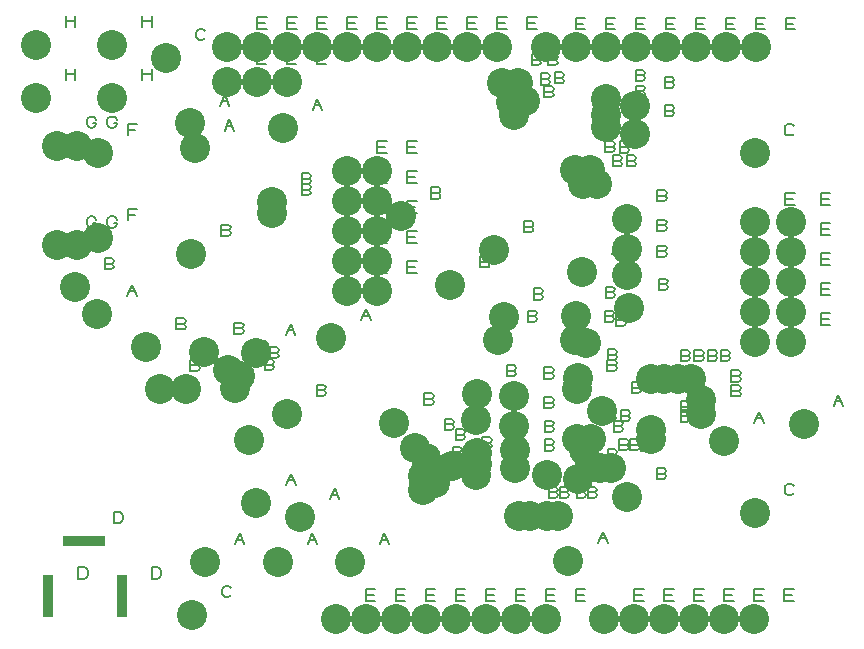
<source format=gbr>
G04 DesignSpark PCB Gerber Version 13.0 Build *
%FSLAX35Y35*%
%MOMM*%
%ADD150R,0.90000X3.60000*%
%AMT150*0 Rounded Rectangle Pad at angle 0*4,1,8,-0.45000,-1.80000,0.45000,-1.80000,0.45000,-1.80000,0.45000,1.80000,0.45000,1.80000,-0.45000,1.80000,-0.45000,1.80000,-0.45000,-1.80000,-0.45000,-1.80000,0*%
%ADD150T150*%
%ADD11C,0.12700*%
%ADD151R,3.60000X0.90000*%
%AMT151*0 Rounded Rectangle Pad at angle 90*4,1,8,1.80000,-0.45000,1.80000,0.45000,1.80000,0.45000,-1.80000,0.45000,-1.80000,0.45000,-1.80000,-0.45000,-1.80000,-0.45000,1.80000,-0.45000,1.80000,-0.45000,0*%
%ADD151T151*%
%ADD149C,2.54000*%
X0Y0D02*
D02*
D11*
X42800050Y47861080D02*
Y47956330D01*
Y47908710D02*
X42879430D01*
Y47861080D02*
Y47956330D01*
X42800050Y48311080D02*
Y48406330D01*
Y48358710D02*
X42879430D01*
Y48311080D02*
Y48406330D01*
X42909050Y43639080D02*
Y43734330D01*
X42956680D01*
X42972550Y43726400D01*
X42980490Y43718460D01*
X42988430Y43702580D01*
Y43670830D01*
X42980490Y43654960D01*
X42972550Y43647020D01*
X42956680Y43639080D01*
X42909050D01*
X43035110Y46650770D02*
X43058930D01*
Y46642830D01*
X43050990Y46626960D01*
X43043050Y46619020D01*
X43027180Y46611080D01*
X43011300D01*
X42995430Y46619020D01*
X42987490Y46626960D01*
X42979550Y46642830D01*
Y46674580D01*
X42987490Y46690460D01*
X42995430Y46698400D01*
X43011300Y46706330D01*
X43027180D01*
X43043050Y46698400D01*
X43050990Y46690460D01*
X43058930Y46674580D01*
X43035110Y47495770D02*
X43058930D01*
Y47487830D01*
X43050990Y47471960D01*
X43043050Y47464020D01*
X43027180Y47456080D01*
X43011300D01*
X42995430Y47464020D01*
X42987490Y47471960D01*
X42979550Y47487830D01*
Y47519580D01*
X42987490Y47535460D01*
X42995430Y47543400D01*
X43011300Y47551330D01*
X43027180D01*
X43043050Y47543400D01*
X43050990Y47535460D01*
X43058930Y47519580D01*
X43187610Y46304710D02*
X43203490Y46296770D01*
X43211430Y46280900D01*
X43203490Y46265020D01*
X43187610Y46257080D01*
X43132050D01*
Y46352330D01*
X43187610D01*
X43203490Y46344400D01*
X43211430Y46328520D01*
X43203490Y46312650D01*
X43187610Y46304710D01*
X43132050D01*
X43210110Y46650770D02*
X43233930D01*
Y46642830D01*
X43225990Y46626960D01*
X43218050Y46619020D01*
X43202180Y46611080D01*
X43186300D01*
X43170430Y46619020D01*
X43162490Y46626960D01*
X43154550Y46642830D01*
Y46674580D01*
X43162490Y46690460D01*
X43170430Y46698400D01*
X43186300Y46706330D01*
X43202180D01*
X43218050Y46698400D01*
X43225990Y46690460D01*
X43233930Y46674580D01*
X43210110Y47495770D02*
X43233930D01*
Y47487830D01*
X43225990Y47471960D01*
X43218050Y47464020D01*
X43202180Y47456080D01*
X43186300D01*
X43170430Y47464020D01*
X43162490Y47471960D01*
X43154550Y47487830D01*
Y47519580D01*
X43162490Y47535460D01*
X43170430Y47543400D01*
X43186300Y47551330D01*
X43202180D01*
X43218050Y47543400D01*
X43225990Y47535460D01*
X43233930Y47519580D01*
X43209050Y44109080D02*
Y44204330D01*
X43256680D01*
X43272550Y44196400D01*
X43280490Y44188460D01*
X43288430Y44172580D01*
Y44140830D01*
X43280490Y44124960D01*
X43272550Y44117020D01*
X43256680Y44109080D01*
X43209050D01*
X43324050Y46033080D02*
X43363740Y46128330D01*
X43403430Y46033080D01*
X43339930Y46072770D02*
X43387550D01*
X43324550Y46673580D02*
Y46768830D01*
X43403930D01*
X43388050Y46721210D02*
X43324550D01*
Y47393580D02*
Y47488830D01*
X43403930D01*
X43388050Y47441210D02*
X43324550D01*
X43450050Y47861080D02*
Y47956330D01*
Y47908710D02*
X43529430D01*
Y47861080D02*
Y47956330D01*
X43450050Y48311080D02*
Y48406330D01*
Y48358710D02*
X43529430D01*
Y48311080D02*
Y48406330D01*
X43529050Y43639080D02*
Y43734330D01*
X43576680D01*
X43592550Y43726400D01*
X43600490Y43718460D01*
X43608430Y43702580D01*
Y43670830D01*
X43600490Y43654960D01*
X43592550Y43647020D01*
X43576680Y43639080D01*
X43529050D01*
X43791610Y45795710D02*
X43807490Y45787770D01*
X43815430Y45771900D01*
X43807490Y45756020D01*
X43791610Y45748080D01*
X43736050D01*
Y45843330D01*
X43791610D01*
X43807490Y45835400D01*
X43815430Y45819520D01*
X43807490Y45803650D01*
X43791610Y45795710D01*
X43736050D01*
X43910110Y45446210D02*
X43925990Y45438270D01*
X43933930Y45422400D01*
X43925990Y45406520D01*
X43910110Y45398580D01*
X43854550D01*
Y45493830D01*
X43910110D01*
X43925990Y45485900D01*
X43933930Y45470020D01*
X43925990Y45454150D01*
X43910110Y45446210D01*
X43854550D01*
X43981430Y48211960D02*
X43973490Y48204020D01*
X43957610Y48196080D01*
X43933800D01*
X43917930Y48204020D01*
X43909990Y48211960D01*
X43902050Y48227830D01*
Y48259580D01*
X43909990Y48275460D01*
X43917930Y48283400D01*
X43933800Y48291330D01*
X43957610D01*
X43973490Y48283400D01*
X43981430Y48275460D01*
X44130110Y45446210D02*
X44145990Y45438270D01*
X44153930Y45422400D01*
X44145990Y45406520D01*
X44130110Y45398580D01*
X44074550D01*
Y45493830D01*
X44130110D01*
X44145990Y45485900D01*
X44153930Y45470020D01*
X44145990Y45454150D01*
X44130110Y45446210D01*
X44074550D01*
X44107050Y47643080D02*
X44146740Y47738330D01*
X44186430Y47643080D01*
X44122930Y47682770D02*
X44170550D01*
X44172610Y46588710D02*
X44188490Y46580770D01*
X44196430Y46564900D01*
X44188490Y46549020D01*
X44172610Y46541080D01*
X44117050D01*
Y46636330D01*
X44172610D01*
X44188490Y46628400D01*
X44196430Y46612520D01*
X44188490Y46596650D01*
X44172610Y46588710D01*
X44117050D01*
X44201430Y43496960D02*
X44193490Y43489020D01*
X44177610Y43481080D01*
X44153800D01*
X44137930Y43489020D01*
X44129990Y43496960D01*
X44122050Y43512830D01*
Y43544580D01*
X44129990Y43560460D01*
X44137930Y43568400D01*
X44153800Y43576330D01*
X44177610D01*
X44193490Y43568400D01*
X44201430Y43560460D01*
X44147050Y47432080D02*
X44186740Y47527330D01*
X44226430Y47432080D01*
X44162930Y47471770D02*
X44210550D01*
X44284610Y45758710D02*
X44300490Y45750770D01*
X44308430Y45734900D01*
X44300490Y45719020D01*
X44284610Y45711080D01*
X44229050D01*
Y45806330D01*
X44284610D01*
X44300490Y45798400D01*
X44308430Y45782520D01*
X44300490Y45766650D01*
X44284610Y45758710D01*
X44229050D01*
X44233050Y43929080D02*
X44272740Y44024330D01*
X44312430Y43929080D01*
X44248930Y43968770D02*
X44296550D01*
X44419550Y47998580D02*
Y48093830D01*
X44498930D01*
X44483050Y48046210D02*
X44419550D01*
Y47998580D02*
X44498930D01*
X44424600Y48294810D02*
Y48390060D01*
X44503980D01*
X44488100Y48342440D02*
X44424600D01*
Y48294810D02*
X44503980D01*
X44486610Y45600710D02*
X44502490Y45592770D01*
X44510430Y45576900D01*
X44502490Y45561020D01*
X44486610Y45553080D01*
X44431050D01*
Y45648330D01*
X44486610D01*
X44502490Y45640400D01*
X44510430Y45624520D01*
X44502490Y45608650D01*
X44486610Y45600710D01*
X44431050D01*
X44541610Y45450210D02*
X44557490Y45442270D01*
X44565430Y45426400D01*
X44557490Y45410520D01*
X44541610Y45402580D01*
X44486050D01*
Y45497830D01*
X44541610D01*
X44557490Y45489900D01*
X44565430Y45474020D01*
X44557490Y45458150D01*
X44541610Y45450210D01*
X44486050D01*
X44584610Y45551710D02*
X44600490Y45543770D01*
X44608430Y45527900D01*
X44600490Y45512020D01*
X44584610Y45504080D01*
X44529050D01*
Y45599330D01*
X44584610D01*
X44600490Y45591400D01*
X44608430Y45575520D01*
X44600490Y45559650D01*
X44584610Y45551710D01*
X44529050D01*
X44609550Y44961780D02*
X44649240Y45057030D01*
X44688930Y44961780D01*
X44625430Y45001470D02*
X44673050D01*
X44665050Y45700080D02*
X44704740Y45795330D01*
X44744430Y45700080D01*
X44680930Y45739770D02*
X44728550D01*
X44669050Y44430080D02*
X44708740Y44525330D01*
X44748430Y44430080D01*
X44684930Y44469770D02*
X44732550D01*
X44673550Y47998580D02*
Y48093830D01*
X44752930D01*
X44737050Y48046210D02*
X44673550D01*
Y47998580D02*
X44752930D01*
X44678600Y48294810D02*
Y48390060D01*
X44757980D01*
X44742100Y48342440D02*
X44678600D01*
Y48294810D02*
X44757980D01*
X44855110Y46931210D02*
X44870990Y46923270D01*
X44878930Y46907400D01*
X44870990Y46891520D01*
X44855110Y46883580D01*
X44799550D01*
Y46978830D01*
X44855110D01*
X44870990Y46970900D01*
X44878930Y46955020D01*
X44870990Y46939150D01*
X44855110Y46931210D01*
X44799550D01*
X44855110Y47026210D02*
X44870990Y47018270D01*
X44878930Y47002400D01*
X44870990Y46986520D01*
X44855110Y46978580D01*
X44799550D01*
Y47073830D01*
X44855110D01*
X44870990Y47065900D01*
X44878930Y47050020D01*
X44870990Y47034150D01*
X44855110Y47026210D01*
X44799550D01*
X44850050Y43929080D02*
X44889740Y44024330D01*
X44929430Y43929080D01*
X44865930Y43968770D02*
X44913550D01*
X44892050Y47608580D02*
X44931740Y47703830D01*
X44971430Y47608580D01*
X44907930Y47648270D02*
X44955550D01*
X44980110Y45233710D02*
X44995990Y45225770D01*
X45003930Y45209900D01*
X44995990Y45194020D01*
X44980110Y45186080D01*
X44924550D01*
Y45281330D01*
X44980110D01*
X44995990Y45273400D01*
X45003930Y45257520D01*
X44995990Y45241650D01*
X44980110Y45233710D01*
X44924550D01*
X44927550Y47998580D02*
Y48093830D01*
X45006930D01*
X44991050Y48046210D02*
X44927550D01*
Y47998580D02*
X45006930D01*
X44932600Y48294810D02*
Y48390060D01*
X45011980D01*
X44996100Y48342440D02*
X44932600D01*
Y48294810D02*
X45011980D01*
X45039050Y44310080D02*
X45078740Y44405330D01*
X45118430Y44310080D01*
X45054930Y44349770D02*
X45102550D01*
X45186600Y48294810D02*
Y48390060D01*
X45265980D01*
X45250100Y48342440D02*
X45186600D01*
Y48294810D02*
X45265980D01*
X45305050Y45826080D02*
X45344740Y45921330D01*
X45384430Y45826080D01*
X45320930Y45865770D02*
X45368550D01*
X45344000Y43451810D02*
Y43547060D01*
X45423380D01*
X45407500Y43499440D02*
X45344000D01*
Y43451810D02*
X45423380D01*
X45440600Y46228580D02*
Y46323830D01*
X45519980D01*
X45504100Y46276210D02*
X45440600D01*
Y46228580D02*
X45519980D01*
X45440600Y46482580D02*
Y46577830D01*
X45519980D01*
X45504100Y46530210D02*
X45440600D01*
Y46482580D02*
X45519980D01*
X45440600Y46736580D02*
Y46831830D01*
X45519980D01*
X45504100Y46784210D02*
X45440600D01*
Y46736580D02*
X45519980D01*
X45440600Y46990580D02*
Y47085830D01*
X45519980D01*
X45504100Y47038210D02*
X45440600D01*
Y46990580D02*
X45519980D01*
X45440600Y47244580D02*
Y47339830D01*
X45519980D01*
X45504100Y47292210D02*
X45440600D01*
Y47244580D02*
X45519980D01*
X45440600Y48294810D02*
Y48390060D01*
X45519980D01*
X45504100Y48342440D02*
X45440600D01*
Y48294810D02*
X45519980D01*
X45460050Y43929080D02*
X45499740Y44024330D01*
X45539430Y43929080D01*
X45475930Y43968770D02*
X45523550D01*
X45598000Y43451810D02*
Y43547060D01*
X45677380D01*
X45661500Y43499440D02*
X45598000D01*
Y43451810D02*
X45677380D01*
X45694600Y46228580D02*
Y46323830D01*
X45773980D01*
X45758100Y46276210D02*
X45694600D01*
Y46228580D02*
X45773980D01*
X45694600Y46482580D02*
Y46577830D01*
X45773980D01*
X45758100Y46530210D02*
X45694600D01*
Y46482580D02*
X45773980D01*
X45694600Y46736580D02*
Y46831830D01*
X45773980D01*
X45758100Y46784210D02*
X45694600D01*
Y46736580D02*
X45773980D01*
X45694600Y46990580D02*
Y47085830D01*
X45773980D01*
X45758100Y47038210D02*
X45694600D01*
Y46990580D02*
X45773980D01*
X45694600Y47244580D02*
Y47339830D01*
X45773980D01*
X45758100Y47292210D02*
X45694600D01*
Y47244580D02*
X45773980D01*
X45694600Y48294810D02*
Y48390060D01*
X45773980D01*
X45758100Y48342440D02*
X45694600D01*
Y48294810D02*
X45773980D01*
X45892610Y45158710D02*
X45908490Y45150770D01*
X45916430Y45134900D01*
X45908490Y45119020D01*
X45892610Y45111080D01*
X45837050D01*
Y45206330D01*
X45892610D01*
X45908490Y45198400D01*
X45916430Y45182520D01*
X45908490Y45166650D01*
X45892610Y45158710D01*
X45837050D01*
X45852000Y43451810D02*
Y43547060D01*
X45931380D01*
X45915500Y43499440D02*
X45852000D01*
Y43451810D02*
X45931380D01*
X45950110Y46903710D02*
X45965990Y46895770D01*
X45973930Y46879900D01*
X45965990Y46864020D01*
X45950110Y46856080D01*
X45894550D01*
Y46951330D01*
X45950110D01*
X45965990Y46943400D01*
X45973930Y46927520D01*
X45965990Y46911650D01*
X45950110Y46903710D01*
X45894550D01*
X45948600Y48294810D02*
Y48390060D01*
X46027980D01*
X46012100Y48342440D02*
X45948600D01*
Y48294810D02*
X46027980D01*
X46065110Y44944110D02*
X46080990Y44936170D01*
X46088930Y44920300D01*
X46080990Y44904420D01*
X46065110Y44896480D01*
X46009550D01*
Y44991730D01*
X46065110D01*
X46080990Y44983800D01*
X46088930Y44967920D01*
X46080990Y44952050D01*
X46065110Y44944110D01*
X46009550D01*
X46132610Y44591210D02*
X46148490Y44583270D01*
X46156430Y44567400D01*
X46148490Y44551520D01*
X46132610Y44543580D01*
X46077050D01*
Y44638830D01*
X46132610D01*
X46148490Y44630900D01*
X46156430Y44615020D01*
X46148490Y44599150D01*
X46132610Y44591210D01*
X46077050D01*
X46135110Y44708710D02*
X46150990Y44700770D01*
X46158930Y44684900D01*
X46150990Y44669020D01*
X46135110Y44661080D01*
X46079550D01*
Y44756330D01*
X46135110D01*
X46150990Y44748400D01*
X46158930Y44732520D01*
X46150990Y44716650D01*
X46135110Y44708710D01*
X46079550D01*
X46157610Y44858710D02*
X46173490Y44850770D01*
X46181430Y44834900D01*
X46173490Y44819020D01*
X46157610Y44811080D01*
X46102050D01*
Y44906330D01*
X46157610D01*
X46173490Y44898400D01*
X46181430Y44882520D01*
X46173490Y44866650D01*
X46157610Y44858710D01*
X46102050D01*
X46106000Y43451810D02*
Y43547060D01*
X46185380D01*
X46169500Y43499440D02*
X46106000D01*
Y43451810D02*
X46185380D01*
X46240110Y44648710D02*
X46255990Y44640770D01*
X46263930Y44624900D01*
X46255990Y44609020D01*
X46240110Y44601080D01*
X46184550D01*
Y44696330D01*
X46240110D01*
X46255990Y44688400D01*
X46263930Y44672520D01*
X46255990Y44656650D01*
X46240110Y44648710D01*
X46184550D01*
X46202600Y48294810D02*
Y48390060D01*
X46281980D01*
X46266100Y48342440D02*
X46202600D01*
Y48294810D02*
X46281980D01*
X46365110Y46320710D02*
X46380990Y46312770D01*
X46388930Y46296900D01*
X46380990Y46281020D01*
X46365110Y46273080D01*
X46309550D01*
Y46368330D01*
X46365110D01*
X46380990Y46360400D01*
X46388930Y46344520D01*
X46380990Y46328650D01*
X46365110Y46320710D01*
X46309550D01*
X46382610Y44788710D02*
X46398490Y44780770D01*
X46406430Y44764900D01*
X46398490Y44749020D01*
X46382610Y44741080D01*
X46327050D01*
Y44836330D01*
X46382610D01*
X46398490Y44828400D01*
X46406430Y44812520D01*
X46398490Y44796650D01*
X46382610Y44788710D01*
X46327050D01*
X46360000Y43451810D02*
Y43547060D01*
X46439380D01*
X46423500Y43499440D02*
X46360000D01*
Y43451810D02*
X46439380D01*
X46456600Y48294810D02*
Y48390060D01*
X46535980D01*
X46520100Y48342440D02*
X46456600D01*
Y48294810D02*
X46535980D01*
X46587610Y44711210D02*
X46603490Y44703270D01*
X46611430Y44687400D01*
X46603490Y44671520D01*
X46587610Y44663580D01*
X46532050D01*
Y44758830D01*
X46587610D01*
X46603490Y44750900D01*
X46611430Y44735020D01*
X46603490Y44719150D01*
X46587610Y44711210D01*
X46532050D01*
X46587610Y45178710D02*
X46603490Y45170770D01*
X46611430Y45154900D01*
X46603490Y45139020D01*
X46587610Y45131080D01*
X46532050D01*
Y45226330D01*
X46587610D01*
X46603490Y45218400D01*
X46611430Y45202520D01*
X46603490Y45186650D01*
X46587610Y45178710D01*
X46532050D01*
X46590110Y44806210D02*
X46605990Y44798270D01*
X46613930Y44782400D01*
X46605990Y44766520D01*
X46590110Y44758580D01*
X46534550D01*
Y44853830D01*
X46590110D01*
X46605990Y44845900D01*
X46613930Y44830020D01*
X46605990Y44814150D01*
X46590110Y44806210D01*
X46534550D01*
X46590110Y44901210D02*
X46605990Y44893270D01*
X46613930Y44877400D01*
X46605990Y44861520D01*
X46590110Y44853580D01*
X46534550D01*
Y44948830D01*
X46590110D01*
X46605990Y44940900D01*
X46613930Y44925020D01*
X46605990Y44909150D01*
X46590110Y44901210D01*
X46534550D01*
X46592610Y45398710D02*
X46608490Y45390770D01*
X46616430Y45374900D01*
X46608490Y45359020D01*
X46592610Y45351080D01*
X46537050D01*
Y45446330D01*
X46592610D01*
X46608490Y45438400D01*
X46616430Y45422520D01*
X46608490Y45406650D01*
X46592610Y45398710D01*
X46537050D01*
X46614000Y43451810D02*
Y43547060D01*
X46693380D01*
X46677500Y43499440D02*
X46614000D01*
Y43451810D02*
X46693380D01*
X46737610Y46618710D02*
X46753490Y46610770D01*
X46761430Y46594900D01*
X46753490Y46579020D01*
X46737610Y46571080D01*
X46682050D01*
Y46666330D01*
X46737610D01*
X46753490Y46658400D01*
X46761430Y46642520D01*
X46753490Y46626650D01*
X46737610Y46618710D01*
X46682050D01*
X46710600Y48294810D02*
Y48390060D01*
X46789980D01*
X46774100Y48342440D02*
X46710600D01*
Y48294810D02*
X46789980D01*
X46770110Y45861210D02*
X46785990Y45853270D01*
X46793930Y45837400D01*
X46785990Y45821520D01*
X46770110Y45813580D01*
X46714550D01*
Y45908830D01*
X46770110D01*
X46785990Y45900900D01*
X46793930Y45885020D01*
X46785990Y45869150D01*
X46770110Y45861210D01*
X46714550D01*
X46800610Y48031710D02*
X46816490Y48023770D01*
X46824430Y48007900D01*
X46816490Y47992020D01*
X46800610Y47984080D01*
X46745050D01*
Y48079330D01*
X46800610D01*
X46816490Y48071400D01*
X46824430Y48055520D01*
X46816490Y48039650D01*
X46800610Y48031710D01*
X46745050D01*
X46817610Y46048710D02*
X46833490Y46040770D01*
X46841430Y46024900D01*
X46833490Y46009020D01*
X46817610Y46001080D01*
X46762050D01*
Y46096330D01*
X46817610D01*
X46833490Y46088400D01*
X46841430Y46072520D01*
X46833490Y46056650D01*
X46817610Y46048710D01*
X46762050D01*
X46877610Y47868710D02*
X46893490Y47860770D01*
X46901430Y47844900D01*
X46893490Y47829020D01*
X46877610Y47821080D01*
X46822050D01*
Y47916330D01*
X46877610D01*
X46893490Y47908400D01*
X46901430Y47892520D01*
X46893490Y47876650D01*
X46877610Y47868710D01*
X46822050D01*
X46907610Y45129710D02*
X46923490Y45121770D01*
X46931430Y45105900D01*
X46923490Y45090020D01*
X46907610Y45082080D01*
X46852050D01*
Y45177330D01*
X46907610D01*
X46923490Y45169400D01*
X46931430Y45153520D01*
X46923490Y45137650D01*
X46907610Y45129710D01*
X46852050D01*
X46907610Y45379710D02*
X46923490Y45371770D01*
X46931430Y45355900D01*
X46923490Y45340020D01*
X46907610Y45332080D01*
X46852050D01*
Y45427330D01*
X46907610D01*
X46923490Y45419400D01*
X46931430Y45403520D01*
X46923490Y45387650D01*
X46907610Y45379710D01*
X46852050D01*
X46907610Y47761210D02*
X46923490Y47753270D01*
X46931430Y47737400D01*
X46923490Y47721520D01*
X46907610Y47713580D01*
X46852050D01*
Y47808830D01*
X46907610D01*
X46923490Y47800900D01*
X46931430Y47785020D01*
X46923490Y47769150D01*
X46907610Y47761210D01*
X46852050D01*
X46912610Y44771210D02*
X46928490Y44763270D01*
X46936430Y44747400D01*
X46928490Y44731520D01*
X46912610Y44723580D01*
X46857050D01*
Y44818830D01*
X46912610D01*
X46928490Y44810900D01*
X46936430Y44795020D01*
X46928490Y44779150D01*
X46912610Y44771210D01*
X46857050D01*
X46912610Y44928710D02*
X46928490Y44920770D01*
X46936430Y44904900D01*
X46928490Y44889020D01*
X46912610Y44881080D01*
X46857050D01*
Y44976330D01*
X46912610D01*
X46928490Y44968400D01*
X46936430Y44952520D01*
X46928490Y44936650D01*
X46912610Y44928710D01*
X46857050D01*
X46868000Y43451810D02*
Y43547060D01*
X46947380D01*
X46931500Y43499440D02*
X46868000D01*
Y43451810D02*
X46947380D01*
X46942610Y48031710D02*
X46958490Y48023770D01*
X46966430Y48007900D01*
X46958490Y47992020D01*
X46942610Y47984080D01*
X46887050D01*
Y48079330D01*
X46942610D01*
X46958490Y48071400D01*
X46966430Y48055520D01*
X46958490Y48039650D01*
X46942610Y48031710D01*
X46887050D01*
X46946610Y44368710D02*
X46962490Y44360770D01*
X46970430Y44344900D01*
X46962490Y44329020D01*
X46946610Y44321080D01*
X46891050D01*
Y44416330D01*
X46946610D01*
X46962490Y44408400D01*
X46970430Y44392520D01*
X46962490Y44376650D01*
X46946610Y44368710D01*
X46891050D01*
X46997610Y47878710D02*
X47013490Y47870770D01*
X47021430Y47854900D01*
X47013490Y47839020D01*
X46997610Y47831080D01*
X46942050D01*
Y47926330D01*
X46997610D01*
X47013490Y47918400D01*
X47021430Y47902520D01*
X47013490Y47886650D01*
X46997610Y47878710D01*
X46942050D01*
X47037610Y44368710D02*
X47053490Y44360770D01*
X47061430Y44344900D01*
X47053490Y44329020D01*
X47037610Y44321080D01*
X46982050D01*
Y44416330D01*
X47037610D01*
X47053490Y44408400D01*
X47061430Y44392520D01*
X47053490Y44376650D01*
X47037610Y44368710D01*
X46982050D01*
X47119050Y48291080D02*
Y48386330D01*
X47198430D01*
X47182550Y48338710D02*
X47119050D01*
Y48291080D02*
X47198430D01*
X47122000Y43451810D02*
Y43547060D01*
X47201380D01*
X47185500Y43499440D02*
X47122000D01*
Y43451810D02*
X47201380D01*
X47182040Y44368710D02*
X47197920Y44360770D01*
X47205860Y44344900D01*
X47197920Y44329020D01*
X47182040Y44321080D01*
X47126480D01*
Y44416330D01*
X47182040D01*
X47197920Y44408400D01*
X47205860Y44392520D01*
X47197920Y44376650D01*
X47182040Y44368710D01*
X47126480D01*
X47185110Y44713710D02*
X47200990Y44705770D01*
X47208930Y44689900D01*
X47200990Y44674020D01*
X47185110Y44666080D01*
X47129550D01*
Y44761330D01*
X47185110D01*
X47200990Y44753400D01*
X47208930Y44737520D01*
X47200990Y44721650D01*
X47185110Y44713710D01*
X47129550D01*
X47274610Y44368710D02*
X47290490Y44360770D01*
X47298430Y44344900D01*
X47290490Y44329020D01*
X47274610Y44321080D01*
X47219050D01*
Y44416330D01*
X47274610D01*
X47290490Y44408400D01*
X47298430Y44392520D01*
X47290490Y44376650D01*
X47274610Y44368710D01*
X47219050D01*
X47311050Y43942080D02*
X47350740Y44037330D01*
X47390430Y43942080D01*
X47326930Y43981770D02*
X47374550D01*
X47422610Y45861210D02*
X47438490Y45853270D01*
X47446430Y45837400D01*
X47438490Y45821520D01*
X47422610Y45813580D01*
X47367050D01*
Y45908830D01*
X47422610D01*
X47438490Y45900900D01*
X47446430Y45885020D01*
X47438490Y45869150D01*
X47422610Y45861210D01*
X47367050D01*
X47425110Y47296210D02*
X47440990Y47288270D01*
X47448930Y47272400D01*
X47440990Y47256520D01*
X47425110Y47248580D01*
X47369550D01*
Y47343830D01*
X47425110D01*
X47440990Y47335900D01*
X47448930Y47320020D01*
X47440990Y47304150D01*
X47425110Y47296210D01*
X47369550D01*
X47427610Y46063710D02*
X47443490Y46055770D01*
X47451430Y46039900D01*
X47443490Y46024020D01*
X47427610Y46016080D01*
X47372050D01*
Y46111330D01*
X47427610D01*
X47443490Y46103400D01*
X47451430Y46087520D01*
X47443490Y46071650D01*
X47427610Y46063710D01*
X47372050D01*
X47373050Y48291080D02*
Y48386330D01*
X47452430D01*
X47436550Y48338710D02*
X47373050D01*
Y48291080D02*
X47452430D01*
X47437610Y45018710D02*
X47453490Y45010770D01*
X47461430Y44994900D01*
X47453490Y44979020D01*
X47437610Y44971080D01*
X47382050D01*
Y45066330D01*
X47437610D01*
X47453490Y45058400D01*
X47461430Y45042520D01*
X47453490Y45026650D01*
X47437610Y45018710D01*
X47382050D01*
X47443610Y45443710D02*
X47459490Y45435770D01*
X47467430Y45419900D01*
X47459490Y45404020D01*
X47443610Y45396080D01*
X47388050D01*
Y45491330D01*
X47443610D01*
X47459490Y45483400D01*
X47467430Y45467520D01*
X47459490Y45451650D01*
X47443610Y45443710D01*
X47388050D01*
X47446610Y44684710D02*
X47462490Y44676770D01*
X47470430Y44660900D01*
X47462490Y44645020D01*
X47446610Y44637080D01*
X47391050D01*
Y44732330D01*
X47446610D01*
X47462490Y44724400D01*
X47470430Y44708520D01*
X47462490Y44692650D01*
X47446610Y44684710D01*
X47391050D01*
X47446610Y45536210D02*
X47462490Y45528270D01*
X47470430Y45512400D01*
X47462490Y45496520D01*
X47446610Y45488580D01*
X47391050D01*
Y45583830D01*
X47446610D01*
X47462490Y45575900D01*
X47470430Y45560020D01*
X47462490Y45544150D01*
X47446610Y45536210D01*
X47391050D01*
X47429550Y46386080D02*
X47469240Y46481330D01*
X47508930Y46386080D01*
X47445430Y46425770D02*
X47493050D01*
X47487610Y47176210D02*
X47503490Y47168270D01*
X47511430Y47152400D01*
X47503490Y47136520D01*
X47487610Y47128580D01*
X47432050D01*
Y47223830D01*
X47487610D01*
X47503490Y47215900D01*
X47511430Y47200020D01*
X47503490Y47184150D01*
X47487610Y47176210D01*
X47432050D01*
X47497610Y44928710D02*
X47513490Y44920770D01*
X47521430Y44904900D01*
X47513490Y44889020D01*
X47497610Y44881080D01*
X47442050D01*
Y44976330D01*
X47497610D01*
X47513490Y44968400D01*
X47521430Y44952520D01*
X47513490Y44936650D01*
X47497610Y44928710D01*
X47442050D01*
X47517610Y45828710D02*
X47533490Y45820770D01*
X47541430Y45804900D01*
X47533490Y45789020D01*
X47517610Y45781080D01*
X47462050D01*
Y45876330D01*
X47517610D01*
X47533490Y45868400D01*
X47541430Y45852520D01*
X47533490Y45836650D01*
X47517610Y45828710D01*
X47462050D01*
X47542610Y44773710D02*
X47558490Y44765770D01*
X47566430Y44749900D01*
X47558490Y44734020D01*
X47542610Y44726080D01*
X47487050D01*
Y44821330D01*
X47542610D01*
X47558490Y44813400D01*
X47566430Y44797520D01*
X47558490Y44781650D01*
X47542610Y44773710D01*
X47487050D01*
X47550110Y47293710D02*
X47565990Y47285770D01*
X47573930Y47269900D01*
X47565990Y47254020D01*
X47550110Y47246080D01*
X47494550D01*
Y47341330D01*
X47550110D01*
X47565990Y47333400D01*
X47573930Y47317520D01*
X47565990Y47301650D01*
X47550110Y47293710D01*
X47494550D01*
X47557610Y45018710D02*
X47573490Y45010770D01*
X47581430Y44994900D01*
X47573490Y44979020D01*
X47557610Y44971080D01*
X47502050D01*
Y45066330D01*
X47557610D01*
X47573490Y45058400D01*
X47581430Y45042520D01*
X47573490Y45026650D01*
X47557610Y45018710D01*
X47502050D01*
X47607610Y47176210D02*
X47623490Y47168270D01*
X47631430Y47152400D01*
X47623490Y47136520D01*
X47607610Y47128580D01*
X47552050D01*
Y47223830D01*
X47607610D01*
X47623490Y47215900D01*
X47631430Y47200020D01*
X47623490Y47184150D01*
X47607610Y47176210D01*
X47552050D01*
X47637610Y44773710D02*
X47653490Y44765770D01*
X47661430Y44749900D01*
X47653490Y44734020D01*
X47637610Y44726080D01*
X47582050D01*
Y44821330D01*
X47637610D01*
X47653490Y44813400D01*
X47661430Y44797520D01*
X47653490Y44781650D01*
X47637610Y44773710D01*
X47582050D01*
X47647610Y45254710D02*
X47663490Y45246770D01*
X47671430Y45230900D01*
X47663490Y45215020D01*
X47647610Y45207080D01*
X47592050D01*
Y45302330D01*
X47647610D01*
X47663490Y45294400D01*
X47671430Y45278520D01*
X47663490Y45262650D01*
X47647610Y45254710D01*
X47592050D01*
X47615000Y43451810D02*
Y43547060D01*
X47694380D01*
X47678500Y43499440D02*
X47615000D01*
Y43451810D02*
X47694380D01*
X47682610Y47766210D02*
X47698490Y47758270D01*
X47706430Y47742400D01*
X47698490Y47726520D01*
X47682610Y47718580D01*
X47627050D01*
Y47813830D01*
X47682610D01*
X47698490Y47805900D01*
X47706430Y47790020D01*
X47698490Y47774150D01*
X47682610Y47766210D01*
X47627050D01*
X47682610Y47898710D02*
X47698490Y47890770D01*
X47706430Y47874900D01*
X47698490Y47859020D01*
X47682610Y47851080D01*
X47627050D01*
Y47946330D01*
X47682610D01*
X47698490Y47938400D01*
X47706430Y47922520D01*
X47698490Y47906650D01*
X47682610Y47898710D01*
X47627050D01*
Y48291080D02*
Y48386330D01*
X47706430D01*
X47690550Y48338710D02*
X47627050D01*
Y48291080D02*
X47706430D01*
X47687610Y47663710D02*
X47703490Y47655770D01*
X47711430Y47639900D01*
X47703490Y47624020D01*
X47687610Y47616080D01*
X47632050D01*
Y47711330D01*
X47687610D01*
X47703490Y47703400D01*
X47711430Y47687520D01*
X47703490Y47671650D01*
X47687610Y47663710D01*
X47632050D01*
X47730110Y44771210D02*
X47745990Y44763270D01*
X47753930Y44747400D01*
X47745990Y44731520D01*
X47730110Y44723580D01*
X47674550D01*
Y44818830D01*
X47730110D01*
X47745990Y44810900D01*
X47753930Y44795020D01*
X47745990Y44779150D01*
X47730110Y44771210D01*
X47674550D01*
X47862610Y44528710D02*
X47878490Y44520770D01*
X47886430Y44504900D01*
X47878490Y44489020D01*
X47862610Y44481080D01*
X47807050D01*
Y44576330D01*
X47862610D01*
X47878490Y44568400D01*
X47886430Y44552520D01*
X47878490Y44536650D01*
X47862610Y44528710D01*
X47807050D01*
X47865110Y46411210D02*
X47880990Y46403270D01*
X47888930Y46387400D01*
X47880990Y46371520D01*
X47865110Y46363580D01*
X47809550D01*
Y46458830D01*
X47865110D01*
X47880990Y46450900D01*
X47888930Y46435020D01*
X47880990Y46419150D01*
X47865110Y46411210D01*
X47809550D01*
X47865110Y46631210D02*
X47880990Y46623270D01*
X47888930Y46607400D01*
X47880990Y46591520D01*
X47865110Y46583580D01*
X47809550D01*
Y46678830D01*
X47865110D01*
X47880990Y46670900D01*
X47888930Y46655020D01*
X47880990Y46639150D01*
X47865110Y46631210D01*
X47809550D01*
X47865110Y46881210D02*
X47880990Y46873270D01*
X47888930Y46857400D01*
X47880990Y46841520D01*
X47865110Y46833580D01*
X47809550D01*
Y46928830D01*
X47865110D01*
X47880990Y46920900D01*
X47888930Y46905020D01*
X47880990Y46889150D01*
X47865110Y46881210D01*
X47809550D01*
X47877610Y46131210D02*
X47893490Y46123270D01*
X47901430Y46107400D01*
X47893490Y46091520D01*
X47877610Y46083580D01*
X47822050D01*
Y46178830D01*
X47877610D01*
X47893490Y46170900D01*
X47901430Y46155020D01*
X47893490Y46139150D01*
X47877610Y46131210D01*
X47822050D01*
X47869000Y43451810D02*
Y43547060D01*
X47948380D01*
X47932500Y43499440D02*
X47869000D01*
Y43451810D02*
X47948380D01*
X47930610Y47601210D02*
X47946490Y47593270D01*
X47954430Y47577400D01*
X47946490Y47561520D01*
X47930610Y47553580D01*
X47875050D01*
Y47648830D01*
X47930610D01*
X47946490Y47640900D01*
X47954430Y47625020D01*
X47946490Y47609150D01*
X47930610Y47601210D01*
X47875050D01*
X47930610Y47840710D02*
X47946490Y47832770D01*
X47954430Y47816900D01*
X47946490Y47801020D01*
X47930610Y47793080D01*
X47875050D01*
Y47888330D01*
X47930610D01*
X47946490Y47880400D01*
X47954430Y47864520D01*
X47946490Y47848650D01*
X47930610Y47840710D01*
X47875050D01*
X47881050Y48291080D02*
Y48386330D01*
X47960430D01*
X47944550Y48338710D02*
X47881050D01*
Y48291080D02*
X47960430D01*
X48064380Y45016710D02*
X48080260Y45008770D01*
X48088200Y44992900D01*
X48080260Y44977020D01*
X48064380Y44969080D01*
X48008820D01*
Y45064330D01*
X48064380D01*
X48080260Y45056400D01*
X48088200Y45040520D01*
X48080260Y45024650D01*
X48064380Y45016710D01*
X48008820D01*
X48064380Y45093710D02*
X48080260Y45085770D01*
X48088200Y45069900D01*
X48080260Y45054020D01*
X48064380Y45046080D01*
X48008820D01*
Y45141330D01*
X48064380D01*
X48080260Y45133400D01*
X48088200Y45117520D01*
X48080260Y45101650D01*
X48064380Y45093710D01*
X48008820D01*
X48064380Y45527710D02*
X48080260Y45519770D01*
X48088200Y45503900D01*
X48080260Y45488020D01*
X48064380Y45480080D01*
X48008820D01*
Y45575330D01*
X48064380D01*
X48080260Y45567400D01*
X48088200Y45551520D01*
X48080260Y45535650D01*
X48064380Y45527710D01*
X48008820D01*
X48123000Y43451810D02*
Y43547060D01*
X48202380D01*
X48186500Y43499440D02*
X48123000D01*
Y43451810D02*
X48202380D01*
X48179480Y45527710D02*
X48195360Y45519770D01*
X48203300Y45503900D01*
X48195360Y45488020D01*
X48179480Y45480080D01*
X48123920D01*
Y45575330D01*
X48179480D01*
X48195360Y45567400D01*
X48203300Y45551520D01*
X48195360Y45535650D01*
X48179480Y45527710D01*
X48123920D01*
X48135050Y48291080D02*
Y48386330D01*
X48214430D01*
X48198550Y48338710D02*
X48135050D01*
Y48291080D02*
X48214430D01*
X48294570Y45527710D02*
X48310450Y45519770D01*
X48318390Y45503900D01*
X48310450Y45488020D01*
X48294570Y45480080D01*
X48239010D01*
Y45575330D01*
X48294570D01*
X48310450Y45567400D01*
X48318390Y45551520D01*
X48310450Y45535650D01*
X48294570Y45527710D01*
X48239010D01*
X48401610D02*
X48417490Y45519770D01*
X48425430Y45503900D01*
X48417490Y45488020D01*
X48401610Y45480080D01*
X48346050D01*
Y45575330D01*
X48401610D01*
X48417490Y45567400D01*
X48425430Y45551520D01*
X48417490Y45535650D01*
X48401610Y45527710D01*
X48346050D01*
X48377000Y43451810D02*
Y43547060D01*
X48456380D01*
X48440500Y43499440D02*
X48377000D01*
Y43451810D02*
X48456380D01*
X48389050Y48291080D02*
Y48386330D01*
X48468430D01*
X48452550Y48338710D02*
X48389050D01*
Y48291080D02*
X48468430D01*
X48493610Y45228710D02*
X48509490Y45220770D01*
X48517430Y45204900D01*
X48509490Y45189020D01*
X48493610Y45181080D01*
X48438050D01*
Y45276330D01*
X48493610D01*
X48509490Y45268400D01*
X48517430Y45252520D01*
X48509490Y45236650D01*
X48493610Y45228710D01*
X48438050D01*
X48493610Y45353710D02*
X48509490Y45345770D01*
X48517430Y45329900D01*
X48509490Y45314020D01*
X48493610Y45306080D01*
X48438050D01*
Y45401330D01*
X48493610D01*
X48509490Y45393400D01*
X48517430Y45377520D01*
X48509490Y45361650D01*
X48493610Y45353710D01*
X48438050D01*
X48631000Y43451810D02*
Y43547060D01*
X48710380D01*
X48694500Y43499440D02*
X48631000D01*
Y43451810D02*
X48710380D01*
X48631050Y44957080D02*
X48670740Y45052330D01*
X48710430Y44957080D01*
X48646930Y44996770D02*
X48694550D01*
X48643050Y48291080D02*
Y48386330D01*
X48722430D01*
X48706550Y48338710D02*
X48643050D01*
Y48291080D02*
X48722430D01*
X48885000Y43451810D02*
Y43547060D01*
X48964380D01*
X48948500Y43499440D02*
X48885000D01*
Y43451810D02*
X48964380D01*
X48966430Y44361960D02*
X48958490Y44354020D01*
X48942610Y44346080D01*
X48918800D01*
X48902930Y44354020D01*
X48894990Y44361960D01*
X48887050Y44377830D01*
Y44409580D01*
X48894990Y44425460D01*
X48902930Y44433400D01*
X48918800Y44441330D01*
X48942610D01*
X48958490Y44433400D01*
X48966430Y44425460D01*
Y47406960D02*
X48958490Y47399020D01*
X48942610Y47391080D01*
X48918800D01*
X48902930Y47399020D01*
X48894990Y47406960D01*
X48887050Y47422830D01*
Y47454580D01*
X48894990Y47470460D01*
X48902930Y47478400D01*
X48918800Y47486330D01*
X48942610D01*
X48958490Y47478400D01*
X48966430Y47470460D01*
X48895050Y45790080D02*
Y45885330D01*
X48974430D01*
X48958550Y45837710D02*
X48895050D01*
Y45790080D02*
X48974430D01*
X48895050Y46044080D02*
Y46139330D01*
X48974430D01*
X48958550Y46091710D02*
X48895050D01*
Y46044080D02*
X48974430D01*
X48895050Y46298080D02*
Y46393330D01*
X48974430D01*
X48958550Y46345710D02*
X48895050D01*
Y46298080D02*
X48974430D01*
X48895050Y46552080D02*
Y46647330D01*
X48974430D01*
X48958550Y46599710D02*
X48895050D01*
Y46552080D02*
X48974430D01*
X48895050Y46806080D02*
Y46901330D01*
X48974430D01*
X48958550Y46853710D02*
X48895050D01*
Y46806080D02*
X48974430D01*
X48897050Y48291080D02*
Y48386330D01*
X48976430D01*
X48960550Y48338710D02*
X48897050D01*
Y48291080D02*
X48976430D01*
X49196050Y45790080D02*
Y45885330D01*
X49275430D01*
X49259550Y45837710D02*
X49196050D01*
Y45790080D02*
X49275430D01*
X49196050Y46044080D02*
Y46139330D01*
X49275430D01*
X49259550Y46091710D02*
X49196050D01*
Y46044080D02*
X49275430D01*
X49196050Y46298080D02*
Y46393330D01*
X49275430D01*
X49259550Y46345710D02*
X49196050D01*
Y46298080D02*
X49275430D01*
X49196050Y46552080D02*
Y46647330D01*
X49275430D01*
X49259550Y46599710D02*
X49196050D01*
Y46552080D02*
X49275430D01*
X49196050Y46806080D02*
Y46901330D01*
X49275430D01*
X49259550Y46853710D02*
X49196050D01*
Y46806080D02*
X49275430D01*
X49302050Y45101080D02*
X49341740Y45196330D01*
X49381430Y45101080D01*
X49317930Y45140770D02*
X49365550D01*
D02*
D149*
X42546050Y47710270D03*
Y48160270D03*
X42725550Y46460270D03*
Y47305270D03*
X42878050Y46106270D03*
X42900550Y46460270D03*
Y47305270D03*
X43070050Y45882270D03*
X43070550Y46522770D03*
Y47242770D03*
X43196050Y47710270D03*
Y48160270D03*
X43482050Y45597270D03*
X43600550Y45247770D03*
X43648050Y48045270D03*
X43820550Y45247770D03*
X43853050Y47492270D03*
X43863050Y46390270D03*
X43868050Y43330270D03*
X43893050Y47281270D03*
X43975050Y45560270D03*
X43979050Y43778270D03*
X44165550Y47847770D03*
X44170600Y48144000D03*
X44177050Y45402270D03*
X44232050Y45251770D03*
X44275050Y45353270D03*
X44355550Y44810970D03*
X44411050Y45549270D03*
X44415050Y44279270D03*
X44419550Y47847770D03*
X44424600Y48144000D03*
X44545550Y46732770D03*
Y46827770D03*
X44596050Y43778270D03*
X44638050Y47457770D03*
X44670550Y45035270D03*
X44673550Y47847770D03*
X44678600Y48144000D03*
X44785050Y44159270D03*
X44932600Y48144000D03*
X45051050Y45675270D03*
X45090000Y43301000D03*
X45186600Y46077770D03*
Y46331770D03*
Y46585770D03*
Y46839770D03*
Y47093770D03*
Y48144000D03*
X45206050Y43778270D03*
X45344000Y43301000D03*
X45440600Y46077770D03*
Y46331770D03*
Y46585770D03*
Y46839770D03*
Y47093770D03*
Y48144000D03*
X45583050Y44960270D03*
X45598000Y43301000D03*
X45640550Y46705270D03*
X45694600Y48144000D03*
X45755550Y44745670D03*
X45823050Y44392770D03*
X45825550Y44510270D03*
X45848050Y44660270D03*
X45852000Y43301000D03*
X45930550Y44450270D03*
X45948600Y48144000D03*
X46055550Y46122270D03*
X46073050Y44590270D03*
X46106000Y43301000D03*
X46202600Y48144000D03*
X46278050Y44512770D03*
Y44980270D03*
X46280550Y44607770D03*
Y44702770D03*
X46283050Y45200270D03*
X46360000Y43301000D03*
X46428050Y46420270D03*
X46456600Y48144000D03*
X46460550Y45662770D03*
X46491050Y47833270D03*
X46508050Y45850270D03*
X46568050Y47670270D03*
X46598050Y44931270D03*
Y45181270D03*
Y47562770D03*
X46603050Y44572770D03*
Y44730270D03*
X46614000Y43301000D03*
X46633050Y47833270D03*
X46637050Y44170270D03*
X46688050Y47680270D03*
X46728050Y44170270D03*
X46865050Y48140270D03*
X46868000Y43301000D03*
X46872480Y44170270D03*
X46875550Y44515270D03*
X46965050Y44170270D03*
X47057050Y43791270D03*
X47113050Y45662770D03*
X47115550Y47097770D03*
X47118050Y45865270D03*
X47119050Y48140270D03*
X47128050Y44820270D03*
X47134050Y45245270D03*
X47137050Y44486270D03*
Y45337770D03*
X47175550Y46235270D03*
X47178050Y46977770D03*
X47188050Y44730270D03*
X47208050Y45630270D03*
X47233050Y44575270D03*
X47240550Y47095270D03*
X47248050Y44820270D03*
X47298050Y46977770D03*
X47328050Y44575270D03*
X47338050Y45056270D03*
X47361000Y43301000D03*
X47373050Y47567770D03*
Y47700270D03*
Y48140270D03*
X47378050Y47465270D03*
X47420550Y44572770D03*
X47553050Y44330270D03*
X47555550Y46212770D03*
Y46432770D03*
Y46682770D03*
X47568050Y45932770D03*
X47615000Y43301000D03*
X47621050Y47402770D03*
Y47642270D03*
X47627050Y48140270D03*
X47754820Y44818270D03*
Y44895270D03*
Y45329270D03*
X47869000Y43301000D03*
X47869920Y45329270D03*
X47881050Y48140270D03*
X47985010Y45329270D03*
X48092050D03*
X48123000Y43301000D03*
X48135050Y48140270D03*
X48184050Y45030270D03*
Y45155270D03*
X48377000Y43301000D03*
X48377050Y44806270D03*
X48389050Y48140270D03*
X48631000Y43301000D03*
X48633050Y44195270D03*
Y47240270D03*
X48641050Y45639270D03*
Y45893270D03*
Y46147270D03*
Y46401270D03*
Y46655270D03*
X48643050Y48140270D03*
X48942050Y45639270D03*
Y45893270D03*
Y46147270D03*
Y46401270D03*
Y46655270D03*
X49048050Y44950270D03*
D02*
D150*
X42655050Y43488270D03*
X43275050D03*
D02*
D151*
X42955050Y43958270D03*
X0Y0D02*
M02*

</source>
